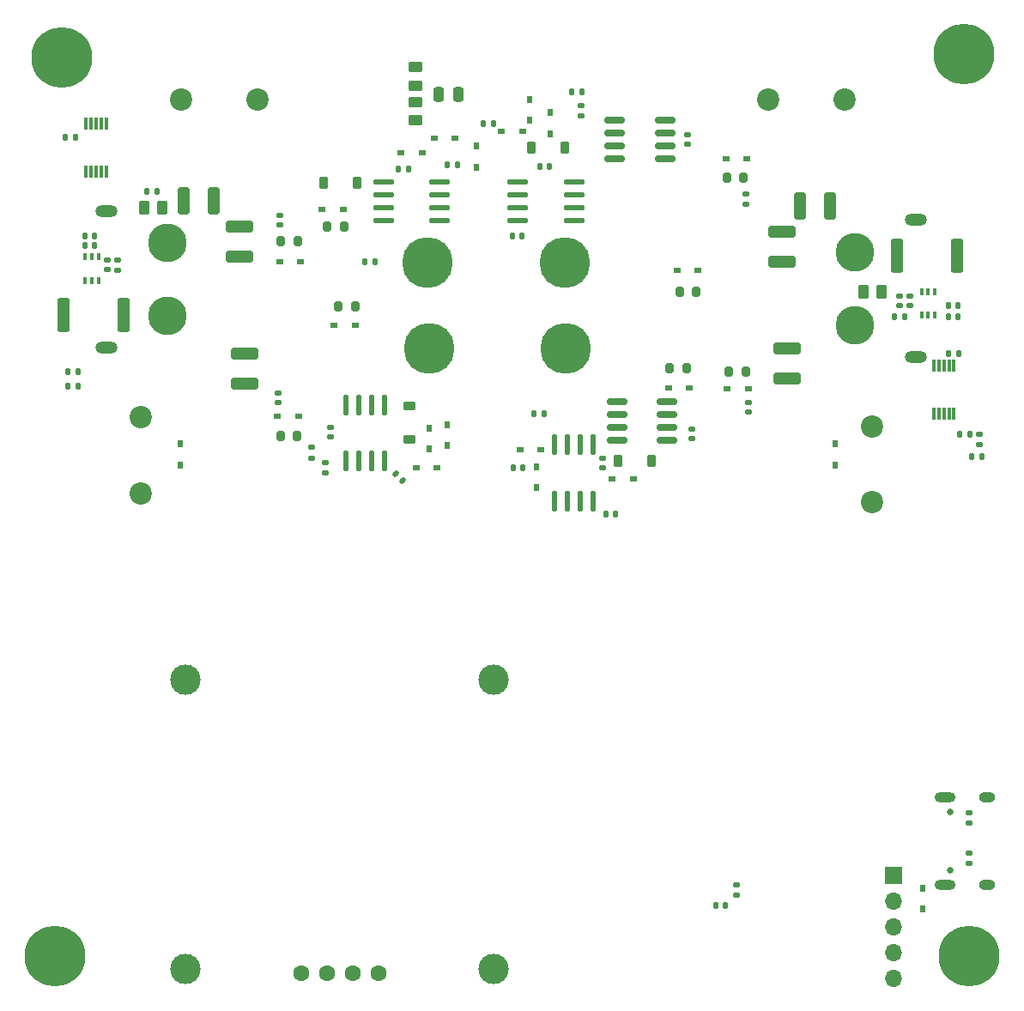
<source format=gbs>
G04 #@! TF.GenerationSoftware,KiCad,Pcbnew,8.0.6*
G04 #@! TF.CreationDate,2025-01-07T14:18:53+11:00*
G04 #@! TF.ProjectId,MPPT_V3,4d505054-5f56-4332-9e6b-696361645f70,rev?*
G04 #@! TF.SameCoordinates,Original*
G04 #@! TF.FileFunction,Soldermask,Bot*
G04 #@! TF.FilePolarity,Negative*
%FSLAX46Y46*%
G04 Gerber Fmt 4.6, Leading zero omitted, Abs format (unit mm)*
G04 Created by KiCad (PCBNEW 8.0.6) date 2025-01-07 14:18:53*
%MOMM*%
%LPD*%
G01*
G04 APERTURE LIST*
G04 Aperture macros list*
%AMRoundRect*
0 Rectangle with rounded corners*
0 $1 Rounding radius*
0 $2 $3 $4 $5 $6 $7 $8 $9 X,Y pos of 4 corners*
0 Add a 4 corners polygon primitive as box body*
4,1,4,$2,$3,$4,$5,$6,$7,$8,$9,$2,$3,0*
0 Add four circle primitives for the rounded corners*
1,1,$1+$1,$2,$3*
1,1,$1+$1,$4,$5*
1,1,$1+$1,$6,$7*
1,1,$1+$1,$8,$9*
0 Add four rect primitives between the rounded corners*
20,1,$1+$1,$2,$3,$4,$5,0*
20,1,$1+$1,$4,$5,$6,$7,0*
20,1,$1+$1,$6,$7,$8,$9,0*
20,1,$1+$1,$8,$9,$2,$3,0*%
G04 Aperture macros list end*
%ADD10R,0.780000X0.500000*%
%ADD11C,5.000000*%
%ADD12C,6.000000*%
%ADD13C,2.200000*%
%ADD14C,0.650000*%
%ADD15O,2.100000X1.000000*%
%ADD16O,1.600000X1.000000*%
%ADD17C,3.000000*%
%ADD18C,1.600000*%
%ADD19R,1.700000X1.700000*%
%ADD20O,1.700000X1.700000*%
%ADD21C,3.800000*%
%ADD22O,2.200000X1.200000*%
%ADD23RoundRect,0.250000X-0.250000X-0.475000X0.250000X-0.475000X0.250000X0.475000X-0.250000X0.475000X0*%
%ADD24RoundRect,0.225000X-0.225000X-0.375000X0.225000X-0.375000X0.225000X0.375000X-0.225000X0.375000X0*%
%ADD25R,0.300000X1.300000*%
%ADD26RoundRect,0.140000X0.170000X-0.140000X0.170000X0.140000X-0.170000X0.140000X-0.170000X-0.140000X0*%
%ADD27RoundRect,0.200000X-0.200000X-0.275000X0.200000X-0.275000X0.200000X0.275000X-0.200000X0.275000X0*%
%ADD28RoundRect,0.250000X0.325000X1.100000X-0.325000X1.100000X-0.325000X-1.100000X0.325000X-1.100000X0*%
%ADD29O,2.050000X0.590000*%
%ADD30RoundRect,0.250000X-1.100000X0.325000X-1.100000X-0.325000X1.100000X-0.325000X1.100000X0.325000X0*%
%ADD31RoundRect,0.140000X0.140000X0.170000X-0.140000X0.170000X-0.140000X-0.170000X0.140000X-0.170000X0*%
%ADD32RoundRect,0.250000X0.262500X0.450000X-0.262500X0.450000X-0.262500X-0.450000X0.262500X-0.450000X0*%
%ADD33RoundRect,0.135000X-0.135000X-0.185000X0.135000X-0.185000X0.135000X0.185000X-0.135000X0.185000X0*%
%ADD34RoundRect,0.135000X0.135000X0.185000X-0.135000X0.185000X-0.135000X-0.185000X0.135000X-0.185000X0*%
%ADD35RoundRect,0.150000X-0.825000X-0.150000X0.825000X-0.150000X0.825000X0.150000X-0.825000X0.150000X0*%
%ADD36RoundRect,0.140000X-0.170000X0.140000X-0.170000X-0.140000X0.170000X-0.140000X0.170000X0.140000X0*%
%ADD37RoundRect,0.140000X-0.140000X-0.170000X0.140000X-0.170000X0.140000X0.170000X-0.140000X0.170000X0*%
%ADD38RoundRect,0.135000X0.185000X-0.135000X0.185000X0.135000X-0.185000X0.135000X-0.185000X-0.135000X0*%
%ADD39R,0.500000X0.780000*%
%ADD40RoundRect,0.250000X0.362500X1.425000X-0.362500X1.425000X-0.362500X-1.425000X0.362500X-1.425000X0*%
%ADD41RoundRect,0.200000X0.200000X0.275000X-0.200000X0.275000X-0.200000X-0.275000X0.200000X-0.275000X0*%
%ADD42RoundRect,0.225000X-0.375000X0.225000X-0.375000X-0.225000X0.375000X-0.225000X0.375000X0.225000X0*%
%ADD43R,0.400000X0.800000*%
%ADD44RoundRect,0.250000X-0.362500X-1.425000X0.362500X-1.425000X0.362500X1.425000X-0.362500X1.425000X0*%
%ADD45RoundRect,0.250000X1.100000X-0.325000X1.100000X0.325000X-1.100000X0.325000X-1.100000X-0.325000X0*%
%ADD46RoundRect,0.250000X-0.262500X-0.450000X0.262500X-0.450000X0.262500X0.450000X-0.262500X0.450000X0*%
%ADD47RoundRect,0.135000X-0.185000X0.135000X-0.185000X-0.135000X0.185000X-0.135000X0.185000X0.135000X0*%
%ADD48RoundRect,0.225000X0.225000X0.375000X-0.225000X0.375000X-0.225000X-0.375000X0.225000X-0.375000X0*%
%ADD49O,0.590000X2.050000*%
%ADD50RoundRect,0.250000X-0.450000X0.262500X-0.450000X-0.262500X0.450000X-0.262500X0.450000X0.262500X0*%
%ADD51RoundRect,0.250000X-0.325000X-1.100000X0.325000X-1.100000X0.325000X1.100000X-0.325000X1.100000X0*%
%ADD52RoundRect,0.140000X0.219203X0.021213X0.021213X0.219203X-0.219203X-0.021213X-0.021213X-0.219203X0*%
%ADD53RoundRect,0.150000X0.825000X0.150000X-0.825000X0.150000X-0.825000X-0.150000X0.825000X-0.150000X0*%
G04 APERTURE END LIST*
D10*
X120420000Y-99250000D03*
X122500000Y-99250000D03*
D11*
X135074999Y-79075000D03*
X121575000Y-79075000D03*
D12*
X84800000Y-147500000D03*
X174500000Y-58500000D03*
D13*
X93300000Y-94300000D03*
X93300000Y-101800000D03*
D14*
X173115022Y-138993263D03*
X173115022Y-133213263D03*
D15*
X172585022Y-140423263D03*
D16*
X176765022Y-140423263D03*
D15*
X172585022Y-131783263D03*
D16*
X176765022Y-131783263D03*
D17*
X128100000Y-148700000D03*
X128100000Y-120200000D03*
X97700000Y-148700000D03*
X97700000Y-120200000D03*
D18*
X116710000Y-149200000D03*
X114170000Y-149200000D03*
X111630000Y-149200000D03*
X109090000Y-149200000D03*
D19*
X167500000Y-139500000D03*
D20*
X167500000Y-142040000D03*
X167500000Y-144579999D03*
X167500000Y-147120000D03*
X167500000Y-149660000D03*
D12*
X175000000Y-147500000D03*
D13*
X97300000Y-63000000D03*
X104800000Y-63000000D03*
X165400000Y-95200000D03*
X165400000Y-102700000D03*
D21*
X95905000Y-84299880D03*
X95905000Y-77099880D03*
D22*
X89905000Y-73949880D03*
X89905000Y-87449880D03*
D11*
X135200000Y-87500000D03*
X121700001Y-87500000D03*
D13*
X162700000Y-63000000D03*
X155200000Y-63000000D03*
D21*
X163695000Y-78000120D03*
X163695000Y-85200120D03*
D22*
X169695000Y-88350120D03*
X169695000Y-74850120D03*
D12*
X85500000Y-58790000D03*
D23*
X122700000Y-62500000D03*
X124600000Y-62500000D03*
D24*
X131800000Y-67700000D03*
X135100000Y-67700000D03*
D25*
X173500000Y-93950000D03*
X173000000Y-93950000D03*
X172500000Y-93950000D03*
X172000000Y-93950000D03*
X171500000Y-93950000D03*
X171500000Y-89250000D03*
X172000000Y-89250000D03*
X172500000Y-89250000D03*
X173000000Y-89250000D03*
X173500000Y-89250000D03*
D26*
X106800000Y-92880000D03*
X106800000Y-91920000D03*
D27*
X151300000Y-89800000D03*
X152950000Y-89800000D03*
D28*
X100500000Y-73000000D03*
X97550000Y-73000000D03*
D29*
X130460000Y-74910000D03*
X130460000Y-73630000D03*
X130460000Y-72370000D03*
X130460000Y-71100000D03*
X136000000Y-71100000D03*
X136000000Y-72370000D03*
X136000000Y-73630000D03*
X136000000Y-74910000D03*
D30*
X103000000Y-75500000D03*
X103000000Y-78450000D03*
D31*
X140100000Y-103900000D03*
X139140000Y-103900000D03*
D10*
X147405000Y-91400000D03*
X145325000Y-91400000D03*
D32*
X95415000Y-73650000D03*
X93590000Y-73650000D03*
D10*
X106760000Y-94200000D03*
X108840000Y-94200000D03*
D33*
X86080000Y-89850000D03*
X87100000Y-89850000D03*
D29*
X122770000Y-71090000D03*
X122770000Y-72370000D03*
X122770000Y-73630000D03*
X122770000Y-74900000D03*
X117230000Y-74900000D03*
X117230000Y-73630000D03*
X117230000Y-72370000D03*
X117230000Y-71090000D03*
D34*
X86820000Y-66700000D03*
X85800000Y-66700000D03*
D35*
X140050000Y-68810000D03*
X140050000Y-67540000D03*
X140050000Y-66270000D03*
X140050000Y-65000000D03*
X145000000Y-65000000D03*
X145000000Y-66270000D03*
X145000000Y-67540000D03*
X145000000Y-68810000D03*
D36*
X138800000Y-98320000D03*
X138800000Y-99280000D03*
D37*
X87790000Y-77400000D03*
X88750000Y-77400000D03*
D10*
X128860000Y-66100000D03*
X130940000Y-66100000D03*
D26*
X107000000Y-75360000D03*
X107000000Y-74400000D03*
D38*
X110100000Y-98319998D03*
X110100000Y-97300000D03*
D39*
X121750000Y-97440000D03*
X121750000Y-95360000D03*
D31*
X124480000Y-69400000D03*
X123520000Y-69400000D03*
D34*
X116409999Y-79000000D03*
X115390001Y-79000000D03*
D37*
X132620000Y-69600000D03*
X133580000Y-69600000D03*
D40*
X91625000Y-84200000D03*
X85700000Y-84200000D03*
D39*
X132300000Y-101280000D03*
X132300000Y-99200000D03*
D41*
X113325000Y-75500000D03*
X111675000Y-75500000D03*
D42*
X119760589Y-93210589D03*
X119760589Y-96510589D03*
D43*
X87800000Y-78500000D03*
X88450000Y-78500000D03*
X89100000Y-78500000D03*
X89100000Y-80800000D03*
X88450000Y-80800000D03*
X87800000Y-80800000D03*
D38*
X174950000Y-134350000D03*
X174950000Y-133330000D03*
D44*
X167875000Y-78400000D03*
X173800000Y-78400000D03*
D45*
X103500000Y-91000000D03*
X103500000Y-88050000D03*
D38*
X176000000Y-97020000D03*
X176000000Y-96000000D03*
D27*
X145450000Y-89500000D03*
X147100000Y-89500000D03*
D33*
X86090000Y-91250000D03*
X87110000Y-91250000D03*
D36*
X90000000Y-78800000D03*
X90000000Y-79760000D03*
D26*
X169150000Y-83330000D03*
X169150000Y-82370000D03*
D27*
X151100000Y-70650000D03*
X152750000Y-70650000D03*
D39*
X126400000Y-69640000D03*
X126400000Y-67560000D03*
D26*
X111960589Y-96260589D03*
X111960589Y-95300589D03*
D10*
X130685000Y-97500000D03*
X132765000Y-97500000D03*
X121040000Y-68200000D03*
X118960000Y-68200000D03*
D27*
X146425000Y-81900000D03*
X148075000Y-81900000D03*
D39*
X170400000Y-140760000D03*
X170400000Y-142840000D03*
X131600000Y-62960000D03*
X131600000Y-65040000D03*
D46*
X164562500Y-81975000D03*
X166387500Y-81975000D03*
D33*
X172980000Y-88000000D03*
X174000000Y-88000000D03*
D47*
X174950000Y-137340000D03*
X174950000Y-138360000D03*
D10*
X139760000Y-100400000D03*
X141840000Y-100400000D03*
D33*
X174050000Y-95950000D03*
X175070000Y-95950000D03*
D10*
X153190000Y-91500000D03*
X151110000Y-91500000D03*
D31*
X150980000Y-142450000D03*
X150020000Y-142450000D03*
D36*
X152000000Y-140470000D03*
X152000000Y-141430000D03*
D41*
X114425000Y-83400000D03*
X112775000Y-83400000D03*
D25*
X89900000Y-70050000D03*
X89400000Y-70050000D03*
X88900000Y-70050000D03*
X88400000Y-70050000D03*
X87900000Y-70050000D03*
X87900000Y-65350000D03*
X88400000Y-65350000D03*
X88900000Y-65350000D03*
X89400000Y-65350000D03*
X89900000Y-65350000D03*
D43*
X171600000Y-84200000D03*
X170950000Y-84200000D03*
X170300000Y-84200000D03*
X170300000Y-81900000D03*
X170950000Y-81900000D03*
X171600000Y-81900000D03*
D45*
X157000000Y-90450000D03*
X157000000Y-87500000D03*
D36*
X153000000Y-72320000D03*
X153000000Y-73280000D03*
D26*
X168150000Y-82350000D03*
X168150000Y-83310000D03*
D41*
X108725000Y-96200000D03*
X107075000Y-96200000D03*
D39*
X123500000Y-97100589D03*
X123500000Y-95020589D03*
D36*
X153200000Y-92840000D03*
X153200000Y-93800000D03*
D10*
X106960000Y-79000000D03*
X109040000Y-79000000D03*
D36*
X147600000Y-95440000D03*
X147600000Y-96400000D03*
D31*
X128060000Y-65300000D03*
X127100000Y-65300000D03*
D24*
X140350000Y-98600000D03*
X143650000Y-98600000D03*
D33*
X175230000Y-98150000D03*
X176250000Y-98150000D03*
D10*
X112360000Y-85200000D03*
X114440000Y-85200000D03*
D31*
X130900000Y-76400000D03*
X129940000Y-76400000D03*
D48*
X114650000Y-71200000D03*
X111350000Y-71200000D03*
D10*
X148240000Y-79800000D03*
X146160000Y-79800000D03*
D37*
X172920000Y-84350000D03*
X173880000Y-84350000D03*
X135800000Y-62200000D03*
X136760000Y-62200000D03*
X172920000Y-83330000D03*
X173880000Y-83330000D03*
D47*
X136700000Y-63580002D03*
X136700000Y-64600000D03*
D41*
X108750000Y-76900000D03*
X107100000Y-76900000D03*
D33*
X132090001Y-94000000D03*
X133109999Y-94000000D03*
D49*
X137910000Y-102570000D03*
X136630000Y-102570000D03*
X135370000Y-102570000D03*
X134100000Y-102570000D03*
X134100000Y-97030000D03*
X135370000Y-97030000D03*
X136630000Y-97030000D03*
X137910000Y-97030000D03*
D37*
X87790000Y-76450000D03*
X88750000Y-76450000D03*
D33*
X167640000Y-84350000D03*
X168660000Y-84350000D03*
D49*
X117298089Y-98630589D03*
X116018089Y-98630589D03*
X114758089Y-98630589D03*
X113488089Y-98630589D03*
X113488089Y-93090589D03*
X114758089Y-93090589D03*
X116018089Y-93090589D03*
X117298089Y-93090589D03*
D36*
X91000000Y-78840000D03*
X91000000Y-79800000D03*
D50*
X120400000Y-63187500D03*
X120400000Y-65012500D03*
D26*
X111500000Y-99760000D03*
X111500000Y-98800000D03*
D37*
X130020000Y-99300000D03*
X130980000Y-99300000D03*
D33*
X93880000Y-72000000D03*
X94900000Y-72000000D03*
D39*
X133700000Y-66340000D03*
X133700000Y-64260000D03*
D51*
X158300000Y-73500000D03*
X161250000Y-73500000D03*
D37*
X118720000Y-69800000D03*
X119680000Y-69800000D03*
D10*
X153080000Y-68800000D03*
X151000000Y-68800000D03*
D39*
X97200000Y-96960000D03*
X97200000Y-99040000D03*
D50*
X120400000Y-59775000D03*
X120400000Y-61600000D03*
D10*
X124280000Y-66800000D03*
X122200000Y-66800000D03*
D39*
X161800000Y-96960000D03*
X161800000Y-99040000D03*
D52*
X119100000Y-100600000D03*
X118421178Y-99921178D03*
D36*
X147200000Y-66400000D03*
X147200000Y-67360000D03*
D53*
X145200000Y-92800000D03*
X145200000Y-94070000D03*
X145200000Y-95340000D03*
X145200000Y-96610000D03*
X140250000Y-96610000D03*
X140250000Y-95340000D03*
X140250000Y-94070000D03*
X140250000Y-92800000D03*
D30*
X156500000Y-76025000D03*
X156500000Y-78975000D03*
D10*
X111160000Y-73800000D03*
X113240000Y-73800000D03*
M02*

</source>
